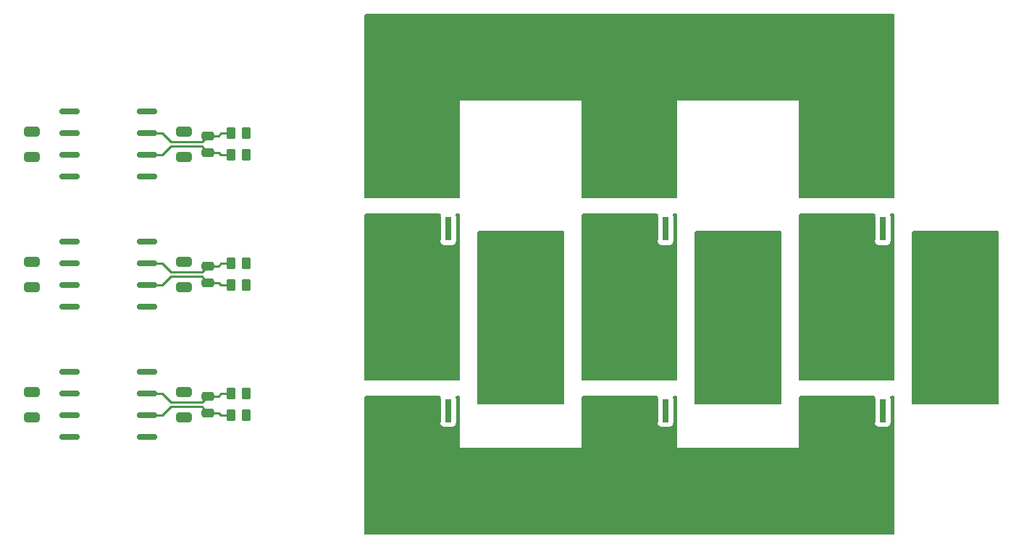
<source format=gbr>
%TF.GenerationSoftware,KiCad,Pcbnew,(7.0.0-0)*%
%TF.CreationDate,2023-06-28T09:11:26-07:00*%
%TF.ProjectId,Power Stage,506f7765-7220-4537-9461-67652e6b6963,rev?*%
%TF.SameCoordinates,Original*%
%TF.FileFunction,Copper,L6,Bot*%
%TF.FilePolarity,Positive*%
%FSLAX46Y46*%
G04 Gerber Fmt 4.6, Leading zero omitted, Abs format (unit mm)*
G04 Created by KiCad (PCBNEW (7.0.0-0)) date 2023-06-28 09:11:26*
%MOMM*%
%LPD*%
G01*
G04 APERTURE LIST*
G04 Aperture macros list*
%AMRoundRect*
0 Rectangle with rounded corners*
0 $1 Rounding radius*
0 $2 $3 $4 $5 $6 $7 $8 $9 X,Y pos of 4 corners*
0 Add a 4 corners polygon primitive as box body*
4,1,4,$2,$3,$4,$5,$6,$7,$8,$9,$2,$3,0*
0 Add four circle primitives for the rounded corners*
1,1,$1+$1,$2,$3*
1,1,$1+$1,$4,$5*
1,1,$1+$1,$6,$7*
1,1,$1+$1,$8,$9*
0 Add four rect primitives between the rounded corners*
20,1,$1+$1,$2,$3,$4,$5,0*
20,1,$1+$1,$4,$5,$6,$7,0*
20,1,$1+$1,$6,$7,$8,$9,0*
20,1,$1+$1,$8,$9,$2,$3,0*%
%AMFreePoly0*
4,1,13,2.850000,-5.050000,1.450000,-5.050000,1.450000,-4.350000,-1.450000,-4.350000,-1.450000,-4.850000,-5.150000,-4.850000,-5.150000,4.850000,-1.450000,4.850000,-1.450000,4.350000,1.450000,4.350000,1.450000,5.050000,2.850000,5.050000,2.850000,-5.050000,2.850000,-5.050000,$1*%
%AMFreePoly1*
4,1,30,0.400000,-4.000000,-0.400000,-4.000000,-2.400000,-4.000000,-2.400000,-3.200000,-0.400000,-3.200000,-0.400000,-2.800000,-2.400000,-2.800000,-2.400000,-2.000000,-0.400000,-2.000000,-0.400000,-1.600000,-2.400000,-1.600000,-2.400000,-0.800000,-0.400000,-0.800000,-0.400000,-0.400000,-2.400000,-0.400000,-2.400000,0.400000,-0.400000,0.400000,-0.400000,0.800000,-2.400000,0.800000,-2.400000,1.600000,
-0.400000,1.600000,-0.400000,2.000000,-2.400000,2.000000,-2.400000,2.800000,-0.400000,2.800000,-0.400000,3.200000,-2.400000,3.200000,-2.400000,4.000000,0.400000,4.000000,0.400000,-4.000000,0.400000,-4.000000,$1*%
G04 Aperture macros list end*
%TA.AperFunction,ComponentPad*%
%ADD10C,0.600000*%
%TD*%
%TA.AperFunction,SMDPad,CuDef*%
%ADD11FreePoly0,90.000000*%
%TD*%
%TA.AperFunction,SMDPad,CuDef*%
%ADD12FreePoly1,90.000000*%
%TD*%
%TA.AperFunction,SMDPad,CuDef*%
%ADD13R,0.800000X2.800000*%
%TD*%
%TA.AperFunction,SMDPad,CuDef*%
%ADD14RoundRect,0.162500X1.012500X0.162500X-1.012500X0.162500X-1.012500X-0.162500X1.012500X-0.162500X0*%
%TD*%
%TA.AperFunction,SMDPad,CuDef*%
%ADD15RoundRect,0.250000X0.262500X0.450000X-0.262500X0.450000X-0.262500X-0.450000X0.262500X-0.450000X0*%
%TD*%
%TA.AperFunction,SMDPad,CuDef*%
%ADD16R,2.700000X6.200000*%
%TD*%
%TA.AperFunction,SMDPad,CuDef*%
%ADD17RoundRect,0.250000X-0.650000X0.325000X-0.650000X-0.325000X0.650000X-0.325000X0.650000X0.325000X0*%
%TD*%
%TA.AperFunction,SMDPad,CuDef*%
%ADD18RoundRect,0.250000X-0.475000X0.250000X-0.475000X-0.250000X0.475000X-0.250000X0.475000X0.250000X0*%
%TD*%
%TA.AperFunction,ViaPad*%
%ADD19C,0.762000*%
%TD*%
%TA.AperFunction,Conductor*%
%ADD20C,0.254000*%
%TD*%
G04 APERTURE END LIST*
D10*
%TO.P,Q6,3,D*%
%TO.N,Net-(Q5-S)*%
X229800000Y-106960000D03*
X225000000Y-108160000D03*
X226200000Y-108160000D03*
X229800000Y-109360000D03*
X228600000Y-111760000D03*
X226200000Y-111760000D03*
X231000000Y-108160000D03*
X225000000Y-110560000D03*
X227400000Y-110560000D03*
X228600000Y-106960000D03*
X226200000Y-109360000D03*
X232200000Y-108160000D03*
X231000000Y-112960000D03*
X226200000Y-106960000D03*
X229800000Y-112960000D03*
X226200000Y-112960000D03*
X231000000Y-110560000D03*
X229800000Y-110560000D03*
X231000000Y-106960000D03*
X231000000Y-109360000D03*
X232200000Y-110560000D03*
X229800000Y-108160000D03*
X228600000Y-112960000D03*
X227400000Y-106960000D03*
X225000000Y-112960000D03*
X229800000Y-111760000D03*
X225000000Y-109360000D03*
X231000000Y-111760000D03*
D11*
X228600000Y-108490000D03*
D10*
X232200000Y-106960000D03*
X226200000Y-110560000D03*
X227400000Y-109360000D03*
X225000000Y-106960000D03*
X227400000Y-112960000D03*
X228600000Y-108160000D03*
X227400000Y-108160000D03*
X232200000Y-111760000D03*
X227400000Y-111760000D03*
X228600000Y-110560000D03*
X232200000Y-112960000D03*
X228600000Y-109360000D03*
X225000000Y-111760000D03*
X232200000Y-109360000D03*
D12*
%TO.P,Q6,2,S*%
%TO.N,GND*%
X228000000Y-116540000D03*
D13*
%TO.P,Q6,1,G*%
%TO.N,Net-(Q6-G)*%
X232799999Y-117539999D03*
%TD*%
D10*
%TO.P,Q5,3,D*%
%TO.N,VS*%
X229800000Y-85668000D03*
X225000000Y-86868000D03*
X226200000Y-86868000D03*
X229800000Y-88068000D03*
X228600000Y-90468000D03*
X226200000Y-90468000D03*
X231000000Y-86868000D03*
X225000000Y-89268000D03*
X227400000Y-89268000D03*
X228600000Y-85668000D03*
X226200000Y-88068000D03*
X232200000Y-86868000D03*
X231000000Y-91668000D03*
X226200000Y-85668000D03*
X229800000Y-91668000D03*
X226200000Y-91668000D03*
X231000000Y-89268000D03*
X229800000Y-89268000D03*
X231000000Y-85668000D03*
X231000000Y-88068000D03*
X232200000Y-89268000D03*
X229800000Y-86868000D03*
X228600000Y-91668000D03*
X227400000Y-85668000D03*
X225000000Y-91668000D03*
X229800000Y-90468000D03*
X225000000Y-88068000D03*
X231000000Y-90468000D03*
D11*
X228600000Y-87198000D03*
D10*
X232200000Y-85668000D03*
X226200000Y-89268000D03*
X227400000Y-88068000D03*
X225000000Y-85668000D03*
X227400000Y-91668000D03*
X228600000Y-86868000D03*
X227400000Y-86868000D03*
X232200000Y-90468000D03*
X227400000Y-90468000D03*
X228600000Y-89268000D03*
X232200000Y-91668000D03*
X228600000Y-88068000D03*
X225000000Y-90468000D03*
X232200000Y-88068000D03*
D12*
%TO.P,Q5,2,S*%
%TO.N,Net-(Q5-S)*%
X228000000Y-95248000D03*
D13*
%TO.P,Q5,1,G*%
%TO.N,Net-(Q5-G)*%
X232799999Y-96247999D03*
%TD*%
D10*
%TO.P,Q4,3,D*%
%TO.N,Net-(Q3-S)*%
X204400000Y-106960000D03*
X199600000Y-108160000D03*
X200800000Y-108160000D03*
X204400000Y-109360000D03*
X203200000Y-111760000D03*
X200800000Y-111760000D03*
X205600000Y-108160000D03*
X199600000Y-110560000D03*
X202000000Y-110560000D03*
X203200000Y-106960000D03*
X200800000Y-109360000D03*
X206800000Y-108160000D03*
X205600000Y-112960000D03*
X200800000Y-106960000D03*
X204400000Y-112960000D03*
X200800000Y-112960000D03*
X205600000Y-110560000D03*
X204400000Y-110560000D03*
X205600000Y-106960000D03*
X205600000Y-109360000D03*
X206800000Y-110560000D03*
X204400000Y-108160000D03*
X203200000Y-112960000D03*
X202000000Y-106960000D03*
X199600000Y-112960000D03*
X204400000Y-111760000D03*
X199600000Y-109360000D03*
X205600000Y-111760000D03*
D11*
X203200000Y-108490000D03*
D10*
X206800000Y-106960000D03*
X200800000Y-110560000D03*
X202000000Y-109360000D03*
X199600000Y-106960000D03*
X202000000Y-112960000D03*
X203200000Y-108160000D03*
X202000000Y-108160000D03*
X206800000Y-111760000D03*
X202000000Y-111760000D03*
X203200000Y-110560000D03*
X206800000Y-112960000D03*
X203200000Y-109360000D03*
X199600000Y-111760000D03*
X206800000Y-109360000D03*
D12*
%TO.P,Q4,2,S*%
%TO.N,GND*%
X202600000Y-116540000D03*
D13*
%TO.P,Q4,1,G*%
%TO.N,Net-(Q4-G)*%
X207399999Y-117539999D03*
%TD*%
D10*
%TO.P,Q3,3,D*%
%TO.N,VS*%
X204400000Y-85668000D03*
X199600000Y-86868000D03*
X200800000Y-86868000D03*
X204400000Y-88068000D03*
X203200000Y-90468000D03*
X200800000Y-90468000D03*
X205600000Y-86868000D03*
X199600000Y-89268000D03*
X202000000Y-89268000D03*
X203200000Y-85668000D03*
X200800000Y-88068000D03*
X206800000Y-86868000D03*
X205600000Y-91668000D03*
X200800000Y-85668000D03*
X204400000Y-91668000D03*
X200800000Y-91668000D03*
X205600000Y-89268000D03*
X204400000Y-89268000D03*
X205600000Y-85668000D03*
X205600000Y-88068000D03*
X206800000Y-89268000D03*
X204400000Y-86868000D03*
X203200000Y-91668000D03*
X202000000Y-85668000D03*
X199600000Y-91668000D03*
X204400000Y-90468000D03*
X199600000Y-88068000D03*
X205600000Y-90468000D03*
D11*
X203200000Y-87198000D03*
D10*
X206800000Y-85668000D03*
X200800000Y-89268000D03*
X202000000Y-88068000D03*
X199600000Y-85668000D03*
X202000000Y-91668000D03*
X203200000Y-86868000D03*
X202000000Y-86868000D03*
X206800000Y-90468000D03*
X202000000Y-90468000D03*
X203200000Y-89268000D03*
X206800000Y-91668000D03*
X203200000Y-88068000D03*
X199600000Y-90468000D03*
X206800000Y-88068000D03*
D12*
%TO.P,Q3,2,S*%
%TO.N,Net-(Q3-S)*%
X202600000Y-95248000D03*
D13*
%TO.P,Q3,1,G*%
%TO.N,Net-(Q3-G)*%
X207399999Y-96247999D03*
%TD*%
D10*
%TO.P,Q2,3,D*%
%TO.N,Net-(Q1-S)*%
X179000000Y-106960000D03*
X174200000Y-108160000D03*
X175400000Y-108160000D03*
X179000000Y-109360000D03*
X177800000Y-111760000D03*
X175400000Y-111760000D03*
X180200000Y-108160000D03*
X174200000Y-110560000D03*
X176600000Y-110560000D03*
X177800000Y-106960000D03*
X175400000Y-109360000D03*
X181400000Y-108160000D03*
X180200000Y-112960000D03*
X175400000Y-106960000D03*
X179000000Y-112960000D03*
X175400000Y-112960000D03*
X180200000Y-110560000D03*
X179000000Y-110560000D03*
X180200000Y-106960000D03*
X180200000Y-109360000D03*
X181400000Y-110560000D03*
X179000000Y-108160000D03*
X177800000Y-112960000D03*
X176600000Y-106960000D03*
X174200000Y-112960000D03*
X179000000Y-111760000D03*
X174200000Y-109360000D03*
X180200000Y-111760000D03*
D11*
X177800000Y-108490000D03*
D10*
X181400000Y-106960000D03*
X175400000Y-110560000D03*
X176600000Y-109360000D03*
X174200000Y-106960000D03*
X176600000Y-112960000D03*
X177800000Y-108160000D03*
X176600000Y-108160000D03*
X181400000Y-111760000D03*
X176600000Y-111760000D03*
X177800000Y-110560000D03*
X181400000Y-112960000D03*
X177800000Y-109360000D03*
X174200000Y-111760000D03*
X181400000Y-109360000D03*
D12*
%TO.P,Q2,2,S*%
%TO.N,GND*%
X177200000Y-116540000D03*
D13*
%TO.P,Q2,1,G*%
%TO.N,Net-(Q2-G)*%
X181999999Y-117539999D03*
%TD*%
D10*
%TO.P,Q1,3,D*%
%TO.N,VS*%
X179000000Y-85668000D03*
X174200000Y-86868000D03*
X175400000Y-86868000D03*
X179000000Y-88068000D03*
X177800000Y-90468000D03*
X175400000Y-90468000D03*
X180200000Y-86868000D03*
X174200000Y-89268000D03*
X176600000Y-89268000D03*
X177800000Y-85668000D03*
X175400000Y-88068000D03*
X181400000Y-86868000D03*
X180200000Y-91668000D03*
X175400000Y-85668000D03*
X179000000Y-91668000D03*
X175400000Y-91668000D03*
X180200000Y-89268000D03*
X179000000Y-89268000D03*
X180200000Y-85668000D03*
X180200000Y-88068000D03*
X181400000Y-89268000D03*
X179000000Y-86868000D03*
X177800000Y-91668000D03*
X176600000Y-85668000D03*
X174200000Y-91668000D03*
X179000000Y-90468000D03*
X174200000Y-88068000D03*
X180200000Y-90468000D03*
D11*
X177800000Y-87198000D03*
D10*
X181400000Y-85668000D03*
X175400000Y-89268000D03*
X176600000Y-88068000D03*
X174200000Y-85668000D03*
X176600000Y-91668000D03*
X177800000Y-86868000D03*
X176600000Y-86868000D03*
X181400000Y-90468000D03*
X176600000Y-90468000D03*
X177800000Y-89268000D03*
X181400000Y-91668000D03*
X177800000Y-88068000D03*
X174200000Y-90468000D03*
X181400000Y-88068000D03*
D12*
%TO.P,Q1,2,S*%
%TO.N,Net-(Q1-S)*%
X177200000Y-95248000D03*
D13*
%TO.P,Q1,1,G*%
%TO.N,Net-(Q1-G)*%
X181999999Y-96247999D03*
%TD*%
D14*
%TO.P,U9,1,V+*%
%TO.N,Net-(U6-K)*%
X146765000Y-113030000D03*
%TO.P,U9,2,+*%
%TO.N,Net-(C33-Pad1)*%
X146765000Y-115570000D03*
%TO.P,U9,3,-*%
%TO.N,Net-(C33-Pad2)*%
X146765000Y-118110000D03*
%TO.P,U9,4,V-*%
%TO.N,Net-(Q5-S)*%
X146765000Y-120650000D03*
%TO.P,U9,5,V-*%
%TO.N,GND*%
X137715000Y-120650000D03*
%TO.P,U9,6,-*%
%TO.N,/W_CUR*%
X137715000Y-118110000D03*
%TO.P,U9,7,+*%
%TO.N,unconnected-(U9-+-Pad7)*%
X137715000Y-115570000D03*
%TO.P,U9,8,V+*%
%TO.N,VDD*%
X137715000Y-113030000D03*
%TD*%
%TO.P,U8,8,V+*%
%TO.N,VDD*%
X137715000Y-97790000D03*
%TO.P,U8,7,+*%
%TO.N,unconnected-(U8-+-Pad7)*%
X137715000Y-100330000D03*
%TO.P,U8,6,-*%
%TO.N,/V_CUR*%
X137715000Y-102870000D03*
%TO.P,U8,5,V-*%
%TO.N,GND*%
X137715000Y-105410000D03*
%TO.P,U8,4,V-*%
%TO.N,Net-(Q3-S)*%
X146765000Y-105410000D03*
%TO.P,U8,3,-*%
%TO.N,Net-(C32-Pad2)*%
X146765000Y-102870000D03*
%TO.P,U8,2,+*%
%TO.N,Net-(C32-Pad1)*%
X146765000Y-100330000D03*
%TO.P,U8,1,V+*%
%TO.N,Net-(U5-K)*%
X146765000Y-97790000D03*
%TD*%
%TO.P,U7,1,V+*%
%TO.N,Net-(U4-K)*%
X146765000Y-82550000D03*
%TO.P,U7,2,+*%
%TO.N,Net-(C31-Pad1)*%
X146765000Y-85090000D03*
%TO.P,U7,3,-*%
%TO.N,Net-(C31-Pad2)*%
X146765000Y-87630000D03*
%TO.P,U7,4,V-*%
%TO.N,Net-(Q1-S)*%
X146765000Y-90170000D03*
%TO.P,U7,5,V-*%
%TO.N,GND*%
X137715000Y-90170000D03*
%TO.P,U7,6,-*%
%TO.N,/U_CUR*%
X137715000Y-87630000D03*
%TO.P,U7,7,+*%
%TO.N,unconnected-(U7-+-Pad7)*%
X137715000Y-85090000D03*
%TO.P,U7,8,V+*%
%TO.N,VDD*%
X137715000Y-82550000D03*
%TD*%
D15*
%TO.P,R42,1*%
%TO.N,Net-(Q5-S)*%
X158392500Y-118110000D03*
%TO.P,R42,2*%
%TO.N,Net-(C33-Pad2)*%
X156567500Y-118110000D03*
%TD*%
%TO.P,R41,1*%
%TO.N,/W_OUT*%
X158392500Y-115570000D03*
%TO.P,R41,2*%
%TO.N,Net-(C33-Pad1)*%
X156567500Y-115570000D03*
%TD*%
%TO.P,R40,1*%
%TO.N,Net-(Q3-S)*%
X158392500Y-102870000D03*
%TO.P,R40,2*%
%TO.N,Net-(C32-Pad2)*%
X156567500Y-102870000D03*
%TD*%
%TO.P,R39,1*%
%TO.N,/V_OUT*%
X158392500Y-100330000D03*
%TO.P,R39,2*%
%TO.N,Net-(C32-Pad1)*%
X156567500Y-100330000D03*
%TD*%
%TO.P,R38,1*%
%TO.N,Net-(Q1-S)*%
X158392500Y-87630000D03*
%TO.P,R38,2*%
%TO.N,Net-(C31-Pad2)*%
X156567500Y-87630000D03*
%TD*%
%TO.P,R37,1*%
%TO.N,/U_OUT*%
X158392500Y-85090000D03*
%TO.P,R37,2*%
%TO.N,Net-(C31-Pad1)*%
X156567500Y-85090000D03*
%TD*%
D16*
%TO.P,R36,2*%
%TO.N,/W_OUT*%
X238337999Y-101599999D03*
%TO.P,R36,1*%
%TO.N,Net-(Q5-S)*%
X230037999Y-101599999D03*
%TD*%
%TO.P,R35,2*%
%TO.N,/V_OUT*%
X212937999Y-101599999D03*
%TO.P,R35,1*%
%TO.N,Net-(Q3-S)*%
X204637999Y-101599999D03*
%TD*%
%TO.P,R34,2*%
%TO.N,/U_OUT*%
X187537999Y-101599999D03*
%TO.P,R34,1*%
%TO.N,Net-(Q1-S)*%
X179237999Y-101599999D03*
%TD*%
D17*
%TO.P,C39,1*%
%TO.N,VDD*%
X133350000Y-115365000D03*
%TO.P,C39,2*%
%TO.N,GND*%
X133350000Y-118315000D03*
%TD*%
%TO.P,C38,1*%
%TO.N,VDD*%
X133350000Y-100125000D03*
%TO.P,C38,2*%
%TO.N,GND*%
X133350000Y-103075000D03*
%TD*%
%TO.P,C37,1*%
%TO.N,VDD*%
X133350000Y-84885000D03*
%TO.P,C37,2*%
%TO.N,GND*%
X133350000Y-87835000D03*
%TD*%
%TO.P,C36,1*%
%TO.N,Net-(U6-K)*%
X151130000Y-115365000D03*
%TO.P,C36,2*%
%TO.N,GND*%
X151130000Y-118315000D03*
%TD*%
%TO.P,C35,1*%
%TO.N,Net-(U5-K)*%
X151130000Y-100125000D03*
%TO.P,C35,2*%
%TO.N,GND*%
X151130000Y-103075000D03*
%TD*%
%TO.P,C34,1*%
%TO.N,Net-(U4-K)*%
X151130000Y-84885000D03*
%TO.P,C34,2*%
%TO.N,GND*%
X151130000Y-87835000D03*
%TD*%
D18*
%TO.P,C33,1*%
%TO.N,Net-(C33-Pad1)*%
X153924000Y-115890000D03*
%TO.P,C33,2*%
%TO.N,Net-(C33-Pad2)*%
X153924000Y-117790000D03*
%TD*%
%TO.P,C32,1*%
%TO.N,Net-(C32-Pad1)*%
X153924000Y-100650000D03*
%TO.P,C32,2*%
%TO.N,Net-(C32-Pad2)*%
X153924000Y-102550000D03*
%TD*%
%TO.P,C31,1*%
%TO.N,Net-(C31-Pad1)*%
X153924000Y-85410000D03*
%TO.P,C31,2*%
%TO.N,Net-(C31-Pad2)*%
X153924000Y-87310000D03*
%TD*%
D19*
%TO.N,Net-(Q1-S)*%
X177800000Y-99060000D03*
X180340000Y-101600000D03*
X177800000Y-101600000D03*
X175260000Y-99060000D03*
X180340000Y-99060000D03*
X175260000Y-101600000D03*
%TO.N,Net-(Q3-S)*%
X203200000Y-104140000D03*
X205740000Y-104140000D03*
X205740000Y-101600000D03*
X200660000Y-104140000D03*
X200660000Y-101600000D03*
X203200000Y-101600000D03*
%TO.N,Net-(Q5-S)*%
X226060000Y-101600000D03*
X226060000Y-104140000D03*
X231140000Y-101600000D03*
X231140000Y-104140000D03*
X228600000Y-104140000D03*
X228600000Y-101600000D03*
%TO.N,/W_OUT*%
X238760000Y-99060000D03*
X238760000Y-101600000D03*
%TO.N,/V_OUT*%
X213360000Y-99060000D03*
X213360000Y-101600000D03*
%TO.N,/U_OUT*%
X187960000Y-99060000D03*
X187960000Y-101600000D03*
%TO.N,VS*%
X187960000Y-78486000D03*
X175260000Y-73406000D03*
X228600000Y-75946000D03*
X185420000Y-78486000D03*
X180340000Y-75946000D03*
X187960000Y-73406000D03*
X185420000Y-73406000D03*
X228600000Y-73406000D03*
X231140000Y-73406000D03*
X231140000Y-78486000D03*
X231140000Y-75946000D03*
X228600000Y-78486000D03*
X193040000Y-75946000D03*
X198120000Y-75946000D03*
X190500000Y-75946000D03*
X180340000Y-78486000D03*
X195580000Y-78486000D03*
X193040000Y-73406000D03*
X193040000Y-78486000D03*
X177800000Y-73406000D03*
X177800000Y-78486000D03*
X177800000Y-75946000D03*
X198120000Y-78486000D03*
X180340000Y-73406000D03*
X195580000Y-73406000D03*
X190500000Y-78486000D03*
X223520000Y-73406000D03*
X190500000Y-73406000D03*
X175260000Y-78486000D03*
X220980000Y-78486000D03*
X220980000Y-73406000D03*
X223520000Y-78486000D03*
X220980000Y-75946000D03*
X218440000Y-75946000D03*
X208280000Y-73406000D03*
X205740000Y-73406000D03*
X210820000Y-75946000D03*
X218440000Y-78486000D03*
X215900000Y-73406000D03*
X210820000Y-73406000D03*
X210820000Y-78486000D03*
X208280000Y-75946000D03*
X208280000Y-78486000D03*
X205740000Y-75946000D03*
X213360000Y-73406000D03*
X205740000Y-78486000D03*
X215900000Y-75946000D03*
X215900000Y-78486000D03*
X218440000Y-73406000D03*
X213360000Y-78486000D03*
X213360000Y-75946000D03*
X226060000Y-75946000D03*
X175260000Y-75946000D03*
X187960000Y-75946000D03*
X182880000Y-75946000D03*
X226060000Y-78486000D03*
X223520000Y-75946000D03*
X198120000Y-73406000D03*
X203200000Y-75946000D03*
X203200000Y-78486000D03*
X200660000Y-73406000D03*
X200660000Y-78486000D03*
X200660000Y-75946000D03*
X203200000Y-73406000D03*
X185420000Y-75946000D03*
X182880000Y-78486000D03*
X182880000Y-73406000D03*
X195580000Y-75946000D03*
X226060000Y-73406000D03*
%TO.N,GND*%
X228600000Y-124460000D03*
X231140000Y-124460000D03*
X231140000Y-129540000D03*
X231140000Y-127000000D03*
X228600000Y-129540000D03*
X228600000Y-127000000D03*
X220980000Y-124460000D03*
X226060000Y-127000000D03*
X226060000Y-129540000D03*
X223520000Y-124460000D03*
X223520000Y-129540000D03*
X223520000Y-127000000D03*
X226060000Y-124460000D03*
X220980000Y-129540000D03*
X220980000Y-127000000D03*
X213360000Y-124460000D03*
X218440000Y-127000000D03*
X218440000Y-129540000D03*
X215900000Y-124460000D03*
X215900000Y-129540000D03*
X215900000Y-127000000D03*
X218440000Y-124460000D03*
X213360000Y-129540000D03*
X213360000Y-127000000D03*
X205740000Y-124460000D03*
X210820000Y-127000000D03*
X210820000Y-129540000D03*
X208280000Y-124460000D03*
X208280000Y-129540000D03*
X208280000Y-127000000D03*
X210820000Y-124460000D03*
X205740000Y-129540000D03*
X205740000Y-127000000D03*
X198120000Y-124460000D03*
X203200000Y-127000000D03*
X203200000Y-129540000D03*
X200660000Y-124460000D03*
X200660000Y-129540000D03*
X200660000Y-127000000D03*
X203200000Y-124460000D03*
X198120000Y-129540000D03*
X198120000Y-127000000D03*
X190500000Y-124460000D03*
X195580000Y-127000000D03*
X195580000Y-129540000D03*
X193040000Y-124460000D03*
X193040000Y-129540000D03*
X193040000Y-127000000D03*
X195580000Y-124460000D03*
X190500000Y-129540000D03*
X190500000Y-127000000D03*
X182880000Y-124460000D03*
X187960000Y-127000000D03*
X187960000Y-129540000D03*
X185420000Y-124460000D03*
X185420000Y-129540000D03*
X185420000Y-127000000D03*
X187960000Y-124460000D03*
X182880000Y-129540000D03*
X182880000Y-127000000D03*
X180340000Y-124460000D03*
X180340000Y-129540000D03*
X180340000Y-127000000D03*
X177800000Y-124460000D03*
X177800000Y-129540000D03*
X177800000Y-127000000D03*
X175260000Y-124460000D03*
X175260000Y-127000000D03*
X175260000Y-129540000D03*
%TO.N,/W_OUT*%
X241300000Y-111760000D03*
X238760000Y-109220000D03*
X241300000Y-109220000D03*
X238760000Y-106680000D03*
X243840000Y-101600000D03*
X243840000Y-106680000D03*
X243840000Y-114300000D03*
X243840000Y-99060000D03*
X238760000Y-111760000D03*
X241300000Y-106680000D03*
X238760000Y-114300000D03*
X243840000Y-109220000D03*
X241300000Y-114300000D03*
X243840000Y-111760000D03*
X241300000Y-99060000D03*
X241300000Y-101600000D03*
%TO.N,/V_OUT*%
X215900000Y-99060000D03*
X213360000Y-109220000D03*
X218440000Y-101600000D03*
X215900000Y-101600000D03*
X215900000Y-114300000D03*
X218440000Y-106680000D03*
X213360000Y-106680000D03*
X218440000Y-111760000D03*
X218440000Y-114300000D03*
X218440000Y-99060000D03*
X215900000Y-111760000D03*
X215900000Y-109220000D03*
X215900000Y-106680000D03*
X213360000Y-114300000D03*
X213360000Y-111760000D03*
X218440000Y-109220000D03*
%TO.N,/U_OUT*%
X193040000Y-99060000D03*
X190500000Y-99060000D03*
X193040000Y-101600000D03*
X190500000Y-101600000D03*
X193040000Y-106680000D03*
X190500000Y-106680000D03*
X187960000Y-106680000D03*
X193040000Y-109220000D03*
X190500000Y-109220000D03*
X187960000Y-109220000D03*
X187960000Y-111760000D03*
X190500000Y-111760000D03*
X193040000Y-111760000D03*
X193040000Y-114300000D03*
X190500000Y-114300000D03*
X187960000Y-114300000D03*
%TD*%
D20*
%TO.N,Net-(C33-Pad2)*%
X155128000Y-117790000D02*
X155448000Y-118110000D01*
X155448000Y-118110000D02*
X156567500Y-118110000D01*
X153924000Y-117790000D02*
X155128000Y-117790000D01*
%TO.N,Net-(C33-Pad1)*%
X155128000Y-115890000D02*
X155448000Y-115570000D01*
X153924000Y-115890000D02*
X155128000Y-115890000D01*
X155448000Y-115570000D02*
X156567500Y-115570000D01*
%TO.N,Net-(C33-Pad2)*%
X148590000Y-118110000D02*
X149606000Y-117094000D01*
X146765000Y-118110000D02*
X148590000Y-118110000D01*
X149606000Y-117094000D02*
X153228000Y-117094000D01*
X153228000Y-117094000D02*
X153924000Y-117790000D01*
%TO.N,Net-(C33-Pad1)*%
X148590000Y-115570000D02*
X149606000Y-116586000D01*
X146765000Y-115570000D02*
X148590000Y-115570000D01*
X149606000Y-116586000D02*
X153228000Y-116586000D01*
X153228000Y-116586000D02*
X153924000Y-115890000D01*
%TO.N,Net-(C32-Pad2)*%
X155128000Y-102550000D02*
X155448000Y-102870000D01*
X153924000Y-102550000D02*
X155128000Y-102550000D01*
X155448000Y-102870000D02*
X156567500Y-102870000D01*
%TO.N,Net-(C32-Pad1)*%
X155128000Y-100650000D02*
X155448000Y-100330000D01*
X153924000Y-100650000D02*
X155128000Y-100650000D01*
X155448000Y-100330000D02*
X156567500Y-100330000D01*
%TO.N,Net-(C32-Pad2)*%
X148590000Y-102870000D02*
X149606000Y-101854000D01*
X146765000Y-102870000D02*
X148590000Y-102870000D01*
X153228000Y-101854000D02*
X153924000Y-102550000D01*
X149606000Y-101854000D02*
X153228000Y-101854000D01*
%TO.N,Net-(C32-Pad1)*%
X148590000Y-100330000D02*
X149606000Y-101346000D01*
X146765000Y-100330000D02*
X148590000Y-100330000D01*
X153228000Y-101346000D02*
X153924000Y-100650000D01*
X149606000Y-101346000D02*
X153228000Y-101346000D01*
%TO.N,Net-(C31-Pad2)*%
X155128000Y-87310000D02*
X155448000Y-87630000D01*
X153924000Y-87310000D02*
X155128000Y-87310000D01*
X155448000Y-87630000D02*
X156567500Y-87630000D01*
%TO.N,Net-(C31-Pad1)*%
X155128000Y-85410000D02*
X155448000Y-85090000D01*
X153924000Y-85410000D02*
X155128000Y-85410000D01*
X155448000Y-85090000D02*
X156567500Y-85090000D01*
%TO.N,Net-(C31-Pad2)*%
X146765000Y-87630000D02*
X148590000Y-87630000D01*
X149606000Y-86614000D02*
X153228000Y-86614000D01*
X153228000Y-86614000D02*
X153924000Y-87310000D01*
X148590000Y-87630000D02*
X149606000Y-86614000D01*
%TO.N,Net-(C31-Pad1)*%
X146765000Y-85090000D02*
X148590000Y-85090000D01*
X148590000Y-85090000D02*
X149606000Y-86106000D01*
X149606000Y-86106000D02*
X153228000Y-86106000D01*
X153228000Y-86106000D02*
X153924000Y-85410000D01*
%TD*%
%TA.AperFunction,Conductor*%
%TO.N,Net-(Q5-S)*%
G36*
X231878974Y-94502124D02*
G01*
X231923355Y-94541280D01*
X231944532Y-94596547D01*
X231937681Y-94655330D01*
X231918288Y-94707324D01*
X231908620Y-94733249D01*
X231905909Y-94740517D01*
X231905079Y-94748227D01*
X231905079Y-94748232D01*
X231899855Y-94796819D01*
X231899854Y-94796831D01*
X231899500Y-94800127D01*
X231899500Y-94803448D01*
X231899500Y-94803449D01*
X231899500Y-97692560D01*
X231899500Y-97692578D01*
X231899501Y-97695872D01*
X231899853Y-97699150D01*
X231899854Y-97699161D01*
X231905079Y-97747768D01*
X231905080Y-97747773D01*
X231905909Y-97755483D01*
X231908619Y-97762749D01*
X231908620Y-97762753D01*
X231942217Y-97852831D01*
X231956204Y-97890331D01*
X232042454Y-98005546D01*
X232157669Y-98091796D01*
X232292517Y-98142091D01*
X232352127Y-98148500D01*
X233247872Y-98148499D01*
X233307483Y-98142091D01*
X233442331Y-98091796D01*
X233557546Y-98005546D01*
X233643796Y-97890331D01*
X233694091Y-97755483D01*
X233700500Y-97695873D01*
X233700499Y-94800128D01*
X233694091Y-94740517D01*
X233662318Y-94655330D01*
X233655468Y-94596547D01*
X233676645Y-94541280D01*
X233721026Y-94502124D01*
X233778501Y-94488000D01*
X234064000Y-94488000D01*
X234126000Y-94504613D01*
X234171387Y-94550000D01*
X234188000Y-94612000D01*
X234188000Y-113922000D01*
X234171387Y-113984000D01*
X234126000Y-114029387D01*
X234064000Y-114046000D01*
X223136000Y-114046000D01*
X223074000Y-114029387D01*
X223028613Y-113984000D01*
X223012000Y-113922000D01*
X223012000Y-94612000D01*
X223028613Y-94550000D01*
X223074000Y-94504613D01*
X223136000Y-94488000D01*
X231821499Y-94488000D01*
X231878974Y-94502124D01*
G37*
%TD.AperFunction*%
%TD*%
%TA.AperFunction,Conductor*%
%TO.N,Net-(Q3-S)*%
G36*
X206478974Y-94502124D02*
G01*
X206523355Y-94541280D01*
X206544532Y-94596547D01*
X206537681Y-94655330D01*
X206518288Y-94707324D01*
X206508620Y-94733249D01*
X206505909Y-94740517D01*
X206505079Y-94748227D01*
X206505079Y-94748232D01*
X206499855Y-94796819D01*
X206499854Y-94796831D01*
X206499500Y-94800127D01*
X206499500Y-94803448D01*
X206499500Y-94803449D01*
X206499500Y-97692560D01*
X206499500Y-97692578D01*
X206499501Y-97695872D01*
X206499853Y-97699150D01*
X206499854Y-97699161D01*
X206505079Y-97747768D01*
X206505080Y-97747773D01*
X206505909Y-97755483D01*
X206508619Y-97762749D01*
X206508620Y-97762753D01*
X206542217Y-97852831D01*
X206556204Y-97890331D01*
X206642454Y-98005546D01*
X206757669Y-98091796D01*
X206892517Y-98142091D01*
X206952127Y-98148500D01*
X207847872Y-98148499D01*
X207907483Y-98142091D01*
X208042331Y-98091796D01*
X208157546Y-98005546D01*
X208243796Y-97890331D01*
X208294091Y-97755483D01*
X208300500Y-97695873D01*
X208300499Y-94800128D01*
X208294091Y-94740517D01*
X208262318Y-94655330D01*
X208255468Y-94596547D01*
X208276645Y-94541280D01*
X208321026Y-94502124D01*
X208378501Y-94488000D01*
X208664000Y-94488000D01*
X208726000Y-94504613D01*
X208771387Y-94550000D01*
X208788000Y-94612000D01*
X208788000Y-113922000D01*
X208771387Y-113984000D01*
X208726000Y-114029387D01*
X208664000Y-114046000D01*
X197736000Y-114046000D01*
X197674000Y-114029387D01*
X197628613Y-113984000D01*
X197612000Y-113922000D01*
X197612000Y-94612000D01*
X197628613Y-94550000D01*
X197674000Y-94504613D01*
X197736000Y-94488000D01*
X206421499Y-94488000D01*
X206478974Y-94502124D01*
G37*
%TD.AperFunction*%
%TD*%
%TA.AperFunction,Conductor*%
%TO.N,Net-(Q1-S)*%
G36*
X181078974Y-94502124D02*
G01*
X181123355Y-94541280D01*
X181144532Y-94596547D01*
X181137681Y-94655330D01*
X181118288Y-94707324D01*
X181108620Y-94733249D01*
X181105909Y-94740517D01*
X181105079Y-94748227D01*
X181105079Y-94748232D01*
X181099855Y-94796819D01*
X181099854Y-94796831D01*
X181099500Y-94800127D01*
X181099500Y-94803448D01*
X181099500Y-94803449D01*
X181099500Y-97692560D01*
X181099500Y-97692578D01*
X181099501Y-97695872D01*
X181099853Y-97699150D01*
X181099854Y-97699161D01*
X181105079Y-97747768D01*
X181105080Y-97747773D01*
X181105909Y-97755483D01*
X181108619Y-97762749D01*
X181108620Y-97762753D01*
X181142217Y-97852831D01*
X181156204Y-97890331D01*
X181242454Y-98005546D01*
X181357669Y-98091796D01*
X181492517Y-98142091D01*
X181552127Y-98148500D01*
X182447872Y-98148499D01*
X182507483Y-98142091D01*
X182642331Y-98091796D01*
X182757546Y-98005546D01*
X182843796Y-97890331D01*
X182894091Y-97755483D01*
X182900500Y-97695873D01*
X182900499Y-94800128D01*
X182894091Y-94740517D01*
X182862318Y-94655330D01*
X182855468Y-94596547D01*
X182876645Y-94541280D01*
X182921026Y-94502124D01*
X182978501Y-94488000D01*
X183264000Y-94488000D01*
X183326000Y-94504613D01*
X183371387Y-94550000D01*
X183388000Y-94612000D01*
X183388000Y-113922000D01*
X183371387Y-113984000D01*
X183326000Y-114029387D01*
X183264000Y-114046000D01*
X172336000Y-114046000D01*
X172274000Y-114029387D01*
X172228613Y-113984000D01*
X172212000Y-113922000D01*
X172212000Y-94612000D01*
X172228613Y-94550000D01*
X172274000Y-94504613D01*
X172336000Y-94488000D01*
X181021499Y-94488000D01*
X181078974Y-94502124D01*
G37*
%TD.AperFunction*%
%TD*%
%TA.AperFunction,Conductor*%
%TO.N,/U_OUT*%
G36*
X195518000Y-96536613D02*
G01*
X195563387Y-96582000D01*
X195580000Y-96644000D01*
X195580000Y-116716000D01*
X195563387Y-116778000D01*
X195518000Y-116823387D01*
X195456000Y-116840000D01*
X185544000Y-116840000D01*
X185482000Y-116823387D01*
X185436613Y-116778000D01*
X185420000Y-116716000D01*
X185420000Y-96644000D01*
X185436613Y-96582000D01*
X185482000Y-96536613D01*
X185544000Y-96520000D01*
X195456000Y-96520000D01*
X195518000Y-96536613D01*
G37*
%TD.AperFunction*%
%TD*%
%TA.AperFunction,Conductor*%
%TO.N,/V_OUT*%
G36*
X220918000Y-96536613D02*
G01*
X220963387Y-96582000D01*
X220980000Y-96644000D01*
X220980000Y-116716000D01*
X220963387Y-116778000D01*
X220918000Y-116823387D01*
X220856000Y-116840000D01*
X210944000Y-116840000D01*
X210882000Y-116823387D01*
X210836613Y-116778000D01*
X210820000Y-116716000D01*
X210820000Y-96644000D01*
X210836613Y-96582000D01*
X210882000Y-96536613D01*
X210944000Y-96520000D01*
X220856000Y-96520000D01*
X220918000Y-96536613D01*
G37*
%TD.AperFunction*%
%TD*%
%TA.AperFunction,Conductor*%
%TO.N,/W_OUT*%
G36*
X246317500Y-96536613D02*
G01*
X246362887Y-96582000D01*
X246379500Y-96644000D01*
X246379500Y-116716000D01*
X246362887Y-116778000D01*
X246317500Y-116823387D01*
X246255500Y-116840000D01*
X236344000Y-116840000D01*
X236282000Y-116823387D01*
X236236613Y-116778000D01*
X236220000Y-116716000D01*
X236220000Y-96644000D01*
X236236613Y-96582000D01*
X236282000Y-96536613D01*
X236344000Y-96520000D01*
X246255500Y-96520000D01*
X246317500Y-96536613D01*
G37*
%TD.AperFunction*%
%TD*%
%TA.AperFunction,Conductor*%
%TO.N,GND*%
G36*
X181062563Y-115838124D02*
G01*
X181106944Y-115877280D01*
X181128121Y-115932547D01*
X181121270Y-115991331D01*
X181113110Y-116013207D01*
X181108620Y-116025249D01*
X181105909Y-116032517D01*
X181105079Y-116040227D01*
X181105079Y-116040232D01*
X181099855Y-116088819D01*
X181099854Y-116088831D01*
X181099500Y-116092127D01*
X181099500Y-116095448D01*
X181099500Y-116095449D01*
X181099500Y-118984560D01*
X181099500Y-118984578D01*
X181099501Y-118987872D01*
X181099853Y-118991150D01*
X181099854Y-118991161D01*
X181105079Y-119039768D01*
X181105080Y-119039773D01*
X181105909Y-119047483D01*
X181108619Y-119054749D01*
X181108620Y-119054753D01*
X181142217Y-119144831D01*
X181156204Y-119182331D01*
X181242454Y-119297546D01*
X181357669Y-119383796D01*
X181492517Y-119434091D01*
X181552127Y-119440500D01*
X182447872Y-119440499D01*
X182507483Y-119434091D01*
X182642331Y-119383796D01*
X182757546Y-119297546D01*
X182843796Y-119182331D01*
X182894091Y-119047483D01*
X182900500Y-118987873D01*
X182900499Y-116092128D01*
X182894091Y-116032517D01*
X182878729Y-115991331D01*
X182871879Y-115932547D01*
X182893056Y-115877280D01*
X182937437Y-115838124D01*
X182994912Y-115824000D01*
X183264000Y-115824000D01*
X183326000Y-115840613D01*
X183371387Y-115886000D01*
X183388000Y-115948000D01*
X183388000Y-121920000D01*
X183404326Y-121920000D01*
X197595674Y-121920000D01*
X197612000Y-121920000D01*
X197612000Y-115948000D01*
X197628613Y-115886000D01*
X197674000Y-115840613D01*
X197736000Y-115824000D01*
X206405088Y-115824000D01*
X206462563Y-115838124D01*
X206506944Y-115877280D01*
X206528121Y-115932547D01*
X206521270Y-115991331D01*
X206513110Y-116013207D01*
X206508620Y-116025249D01*
X206505909Y-116032517D01*
X206505079Y-116040227D01*
X206505079Y-116040232D01*
X206499855Y-116088819D01*
X206499854Y-116088831D01*
X206499500Y-116092127D01*
X206499500Y-116095448D01*
X206499500Y-116095449D01*
X206499500Y-118984560D01*
X206499500Y-118984578D01*
X206499501Y-118987872D01*
X206499853Y-118991150D01*
X206499854Y-118991161D01*
X206505079Y-119039768D01*
X206505080Y-119039773D01*
X206505909Y-119047483D01*
X206508619Y-119054749D01*
X206508620Y-119054753D01*
X206542217Y-119144831D01*
X206556204Y-119182331D01*
X206642454Y-119297546D01*
X206757669Y-119383796D01*
X206892517Y-119434091D01*
X206952127Y-119440500D01*
X207847872Y-119440499D01*
X207907483Y-119434091D01*
X208042331Y-119383796D01*
X208157546Y-119297546D01*
X208243796Y-119182331D01*
X208294091Y-119047483D01*
X208300500Y-118987873D01*
X208300499Y-116092128D01*
X208294091Y-116032517D01*
X208278729Y-115991331D01*
X208271879Y-115932547D01*
X208293056Y-115877280D01*
X208337437Y-115838124D01*
X208394912Y-115824000D01*
X208664000Y-115824000D01*
X208726000Y-115840613D01*
X208771387Y-115886000D01*
X208788000Y-115948000D01*
X208788000Y-121920000D01*
X208804326Y-121920000D01*
X222995674Y-121920000D01*
X223012000Y-121920000D01*
X223012000Y-115948000D01*
X223028613Y-115886000D01*
X223074000Y-115840613D01*
X223136000Y-115824000D01*
X231805088Y-115824000D01*
X231862563Y-115838124D01*
X231906944Y-115877280D01*
X231928121Y-115932547D01*
X231921270Y-115991331D01*
X231913110Y-116013207D01*
X231908620Y-116025249D01*
X231905909Y-116032517D01*
X231905079Y-116040227D01*
X231905079Y-116040232D01*
X231899855Y-116088819D01*
X231899854Y-116088831D01*
X231899500Y-116092127D01*
X231899500Y-116095448D01*
X231899500Y-116095449D01*
X231899500Y-118984560D01*
X231899500Y-118984578D01*
X231899501Y-118987872D01*
X231899853Y-118991150D01*
X231899854Y-118991161D01*
X231905079Y-119039768D01*
X231905080Y-119039773D01*
X231905909Y-119047483D01*
X231908619Y-119054749D01*
X231908620Y-119054753D01*
X231942217Y-119144831D01*
X231956204Y-119182331D01*
X232042454Y-119297546D01*
X232157669Y-119383796D01*
X232292517Y-119434091D01*
X232352127Y-119440500D01*
X233247872Y-119440499D01*
X233307483Y-119434091D01*
X233442331Y-119383796D01*
X233557546Y-119297546D01*
X233643796Y-119182331D01*
X233694091Y-119047483D01*
X233700500Y-118987873D01*
X233700499Y-116092128D01*
X233694091Y-116032517D01*
X233678729Y-115991331D01*
X233671879Y-115932547D01*
X233693056Y-115877280D01*
X233737437Y-115838124D01*
X233794912Y-115824000D01*
X234064000Y-115824000D01*
X234126000Y-115840613D01*
X234171387Y-115886000D01*
X234188000Y-115948000D01*
X234188000Y-131955500D01*
X234171387Y-132017500D01*
X234126000Y-132062887D01*
X234064000Y-132079500D01*
X172336000Y-132079500D01*
X172274000Y-132062887D01*
X172228613Y-132017500D01*
X172212000Y-131955500D01*
X172212000Y-115948000D01*
X172228613Y-115886000D01*
X172274000Y-115840613D01*
X172336000Y-115824000D01*
X181005088Y-115824000D01*
X181062563Y-115838124D01*
G37*
%TD.AperFunction*%
%TD*%
%TA.AperFunction,Conductor*%
%TO.N,VS*%
G36*
X234126000Y-71137113D02*
G01*
X234171387Y-71182500D01*
X234188000Y-71244500D01*
X234188000Y-92586000D01*
X234171387Y-92648000D01*
X234126000Y-92693387D01*
X234064000Y-92710000D01*
X223136000Y-92710000D01*
X223074000Y-92693387D01*
X223028613Y-92648000D01*
X223012000Y-92586000D01*
X223012000Y-81296326D01*
X223012000Y-81280000D01*
X222995674Y-81280000D01*
X208804326Y-81280000D01*
X208788000Y-81280000D01*
X208788000Y-81296326D01*
X208788000Y-92586000D01*
X208771387Y-92648000D01*
X208726000Y-92693387D01*
X208664000Y-92710000D01*
X197736000Y-92710000D01*
X197674000Y-92693387D01*
X197628613Y-92648000D01*
X197612000Y-92586000D01*
X197612000Y-81296326D01*
X197612000Y-81280000D01*
X197595674Y-81280000D01*
X183404326Y-81280000D01*
X183388000Y-81280000D01*
X183388000Y-81296326D01*
X183388000Y-92586000D01*
X183371387Y-92648000D01*
X183326000Y-92693387D01*
X183264000Y-92710000D01*
X172336000Y-92710000D01*
X172274000Y-92693387D01*
X172228613Y-92648000D01*
X172212000Y-92586000D01*
X172212000Y-71244500D01*
X172228613Y-71182500D01*
X172274000Y-71137113D01*
X172336000Y-71120500D01*
X234064000Y-71120500D01*
X234126000Y-71137113D01*
G37*
%TD.AperFunction*%
%TD*%
M02*

</source>
